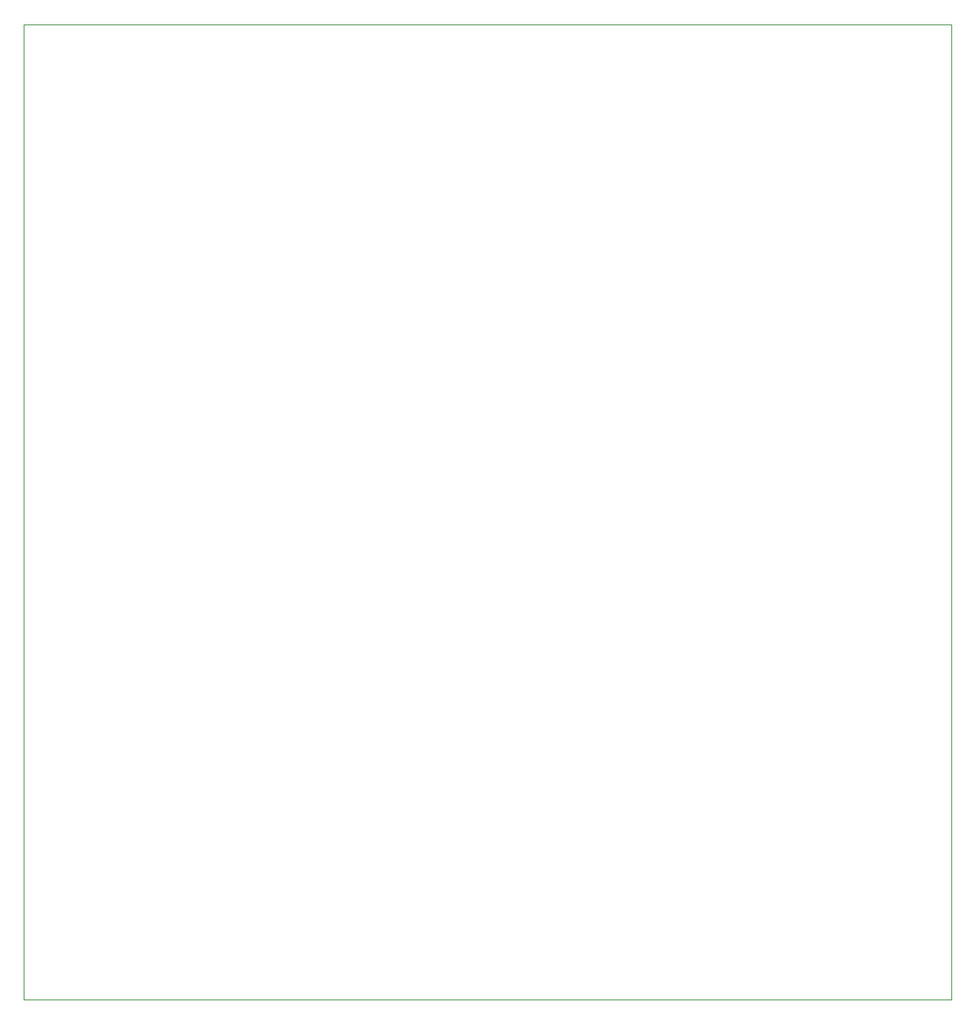
<source format=gm1>
G04 #@! TF.FileFunction,Profile,NP*
%FSLAX46Y46*%
G04 Gerber Fmt 4.6, Leading zero omitted, Abs format (unit mm)*
G04 Created by KiCad (PCBNEW 4.0.2+dfsg1-stable) date Sa 04 Mär 2017 20:33:27 CET*
%MOMM*%
G01*
G04 APERTURE LIST*
%ADD10C,0.100000*%
G04 APERTURE END LIST*
D10*
X88527800Y-145879800D02*
X88527800Y-41379800D01*
X188077800Y-145879800D02*
X88527800Y-145879800D01*
X188077800Y-41379800D02*
X188077800Y-145879800D01*
X88527800Y-41379800D02*
X188077800Y-41379800D01*
M02*

</source>
